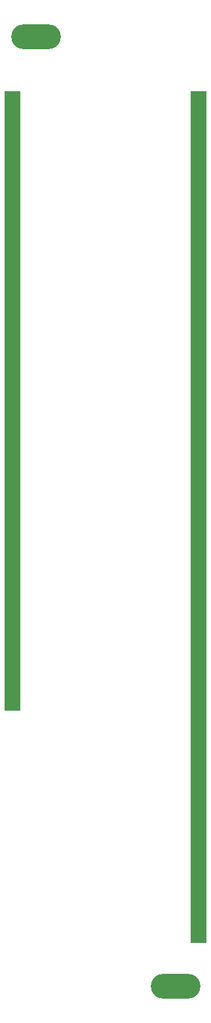
<source format=gbr>
%TF.GenerationSoftware,KiCad,Pcbnew,8.0.4*%
%TF.CreationDate,2024-09-27T18:26:47+01:00*%
%TF.ProjectId,EuroRackPanel-6HP-30mm,4575726f-5261-4636-9b50-616e656c2d36,rev?*%
%TF.SameCoordinates,Original*%
%TF.FileFunction,Soldermask,Bot*%
%TF.FilePolarity,Negative*%
%FSLAX46Y46*%
G04 Gerber Fmt 4.6, Leading zero omitted, Abs format (unit mm)*
G04 Created by KiCad (PCBNEW 8.0.4) date 2024-09-27 18:26:47*
%MOMM*%
%LPD*%
G01*
G04 APERTURE LIST*
%ADD10O,6.400000X3.200000*%
%ADD11R,2.000000X80.000000*%
%ADD12R,2.000000X110.000000*%
G04 APERTURE END LIST*
D10*
%TO.C,H2*%
X74000000Y-175500000D03*
%TD*%
%TO.C,H1*%
X56000000Y-53000000D03*
%TD*%
D11*
%TO.C,J1*%
X53000000Y-100000000D03*
%TD*%
D12*
%TO.C,J2*%
X77000000Y-115000000D03*
%TD*%
M02*

</source>
